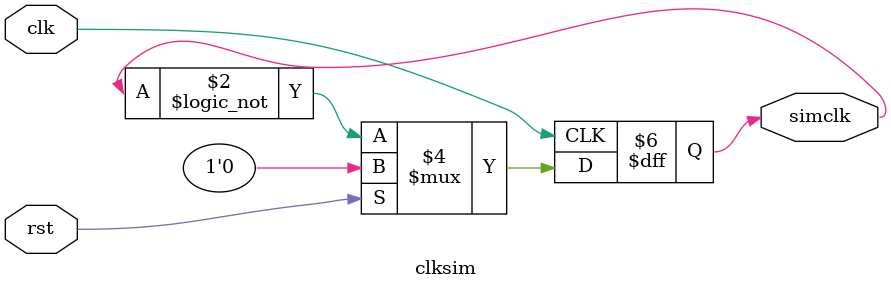
<source format=sv>
module clksim(
    input logic clk,
    input logic rst,
    output logic simclk
);


always_ff @(posedge clk)begin
    if(rst)begin
        simclk <= 1'b0;
    end 
    else begin
        simclk <= !simclk;
    end
end


endmodule
</source>
